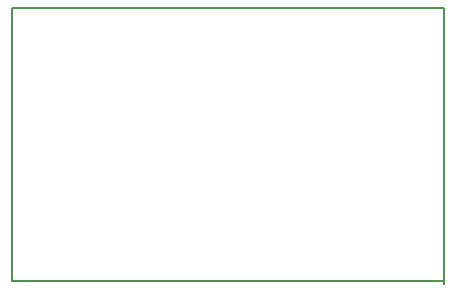
<source format=gko>
G04 #@! TF.FileFunction,Other,User*
%FSLAX46Y46*%
G04 Gerber Fmt 4.6, Leading zero omitted, Abs format (unit mm)*
G04 Created by KiCad (PCBNEW 4.0.4-stable) date 11/12/16 20:40:28*
%MOMM*%
%LPD*%
G01*
G04 APERTURE LIST*
%ADD10C,0.100000*%
%ADD11C,0.200000*%
G04 APERTURE END LIST*
D10*
D11*
X146812000Y-120396000D02*
X148844000Y-120396000D01*
X114300000Y-97282000D02*
X112268000Y-97282000D01*
X146812000Y-120396000D02*
X112268000Y-120396000D01*
X148844000Y-97282000D02*
X114300000Y-97282000D01*
X112268000Y-97282000D02*
X112268000Y-120396000D01*
X148844000Y-97282000D02*
X148844000Y-120650000D01*
M02*

</source>
